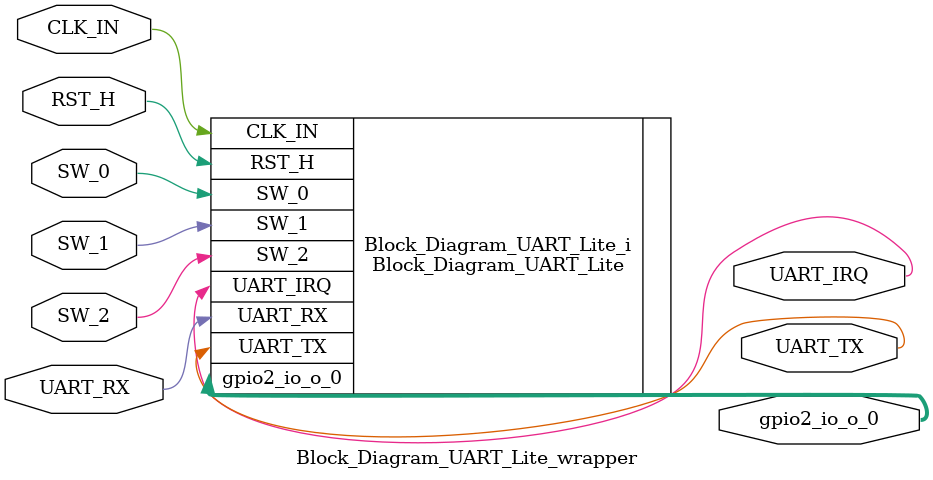
<source format=v>
`timescale 1 ps / 1 ps

module Block_Diagram_UART_Lite_wrapper
   (CLK_IN,
    RST_H,
    SW_0,
    SW_1,
    SW_2,
    UART_IRQ,
    UART_RX,
    UART_TX,
    gpio2_io_o_0);
  input CLK_IN;
  input [0:0]RST_H;
  input [0:0]SW_0;
  input [0:0]SW_1;
  input [0:0]SW_2;
  output UART_IRQ;
  input UART_RX;
  output UART_TX;
  output [1:0]gpio2_io_o_0;

  wire CLK_IN;
  wire [0:0]RST_H;
  wire [0:0]SW_0;
  wire [0:0]SW_1;
  wire [0:0]SW_2;
  wire UART_IRQ;
  wire UART_RX;
  wire UART_TX;
  wire [1:0]gpio2_io_o_0;

  Block_Diagram_UART_Lite Block_Diagram_UART_Lite_i
       (.CLK_IN(CLK_IN),
        .RST_H(RST_H),
        .SW_0(SW_0),
        .SW_1(SW_1),
        .SW_2(SW_2),
        .UART_IRQ(UART_IRQ),
        .UART_RX(UART_RX),
        .UART_TX(UART_TX),
        .gpio2_io_o_0(gpio2_io_o_0));
endmodule

</source>
